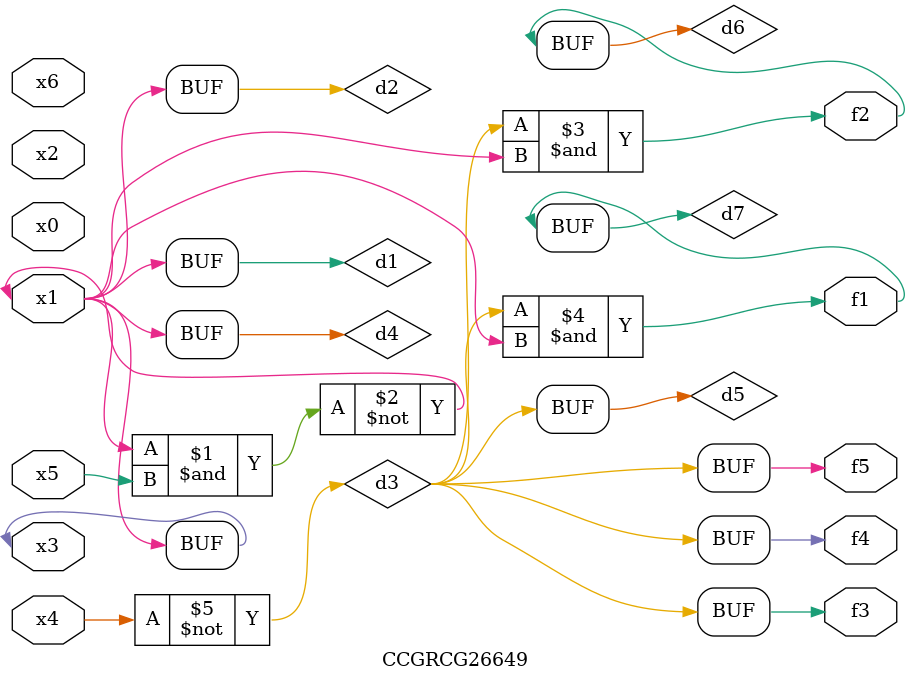
<source format=v>
module CCGRCG26649(
	input x0, x1, x2, x3, x4, x5, x6,
	output f1, f2, f3, f4, f5
);

	wire d1, d2, d3, d4, d5, d6, d7;

	buf (d1, x1, x3);
	nand (d2, x1, x5);
	not (d3, x4);
	buf (d4, d1, d2);
	buf (d5, d3);
	and (d6, d3, d4);
	and (d7, d3, d4);
	assign f1 = d7;
	assign f2 = d6;
	assign f3 = d5;
	assign f4 = d5;
	assign f5 = d5;
endmodule

</source>
